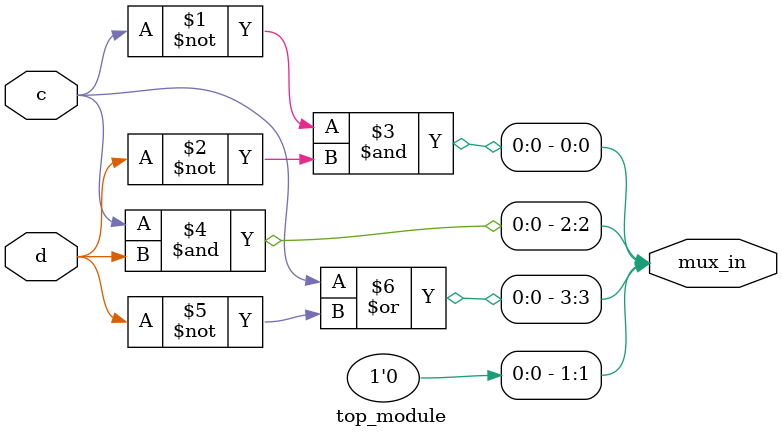
<source format=sv>
module top_module (
    input c,
    input d,
    output [3:0] mux_in
);

    // Assigning values to mux_in based on the Karnaugh map
    assign mux_in[0] = ~c & ~d;    // ab = 00
    assign mux_in[1] = 0;          // ab = 01
    assign mux_in[2] = c & d;      // ab = 11
    assign mux_in[3] = c | ~d;     // ab = 10

endmodule

</source>
